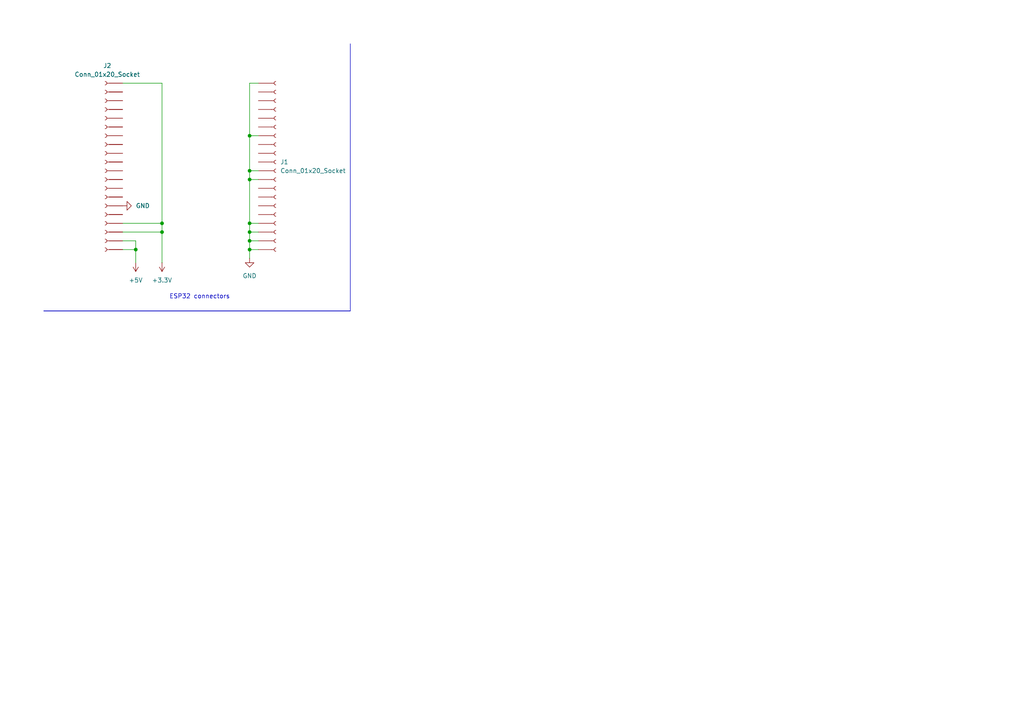
<source format=kicad_sch>
(kicad_sch (version 20231120) (generator "eeschema") (generator_version "8.0")
  (paper "A4")
  (title_block (title "MicCheck ESP32 Daughterboard") (date "2025-10-04") (rev "1"))
  (lib_symbols
    (symbol "Conn_01x20_Socket_1" (pin_numbers hide) (pin_names (offset 1.016) hide)
      (property "Reference" "J" (at 0 25.4 0))
      (property "Value" "Conn_01x20_Socket" (at 0 -27.94 0))
      (symbol "Conn_01x20_Socket_1_1_1"
        (arc (start 0 -24.892) (mid -0.5058 -25.4) (end 0 -25.908) (stroke (width 0.1524)))
        (arc (start 0 -22.352) (mid -0.5058 -22.86) (end 0 -23.368) (stroke (width 0.1524)))
        (arc (start 0 -19.812) (mid -0.5058 -20.32) (end 0 -20.828) (stroke (width 0.1524)))
        (arc (start 0 -17.272) (mid -0.5058 -17.78) (end 0 -18.288) (stroke (width 0.1524)))
        (arc (start 0 -14.732) (mid -0.5058 -15.24) (end 0 -15.748) (stroke (width 0.1524)))
        (arc (start 0 -12.192) (mid -0.5058 -12.7) (end 0 -13.208) (stroke (width 0.1524)))
        (arc (start 0 -9.652) (mid -0.5058 -10.16) (end 0 -10.668) (stroke (width 0.1524)))
        (arc (start 0 -7.112) (mid -0.5058 -7.62) (end 0 -8.128) (stroke (width 0.1524)))
        (arc (start 0 -4.572) (mid -0.5058 -5.08) (end 0 -5.588) (stroke (width 0.1524)))
        (arc (start 0 -2.032) (mid -0.5058 -2.54) (end 0 -3.048) (stroke (width 0.1524)))
        (polyline (pts (xy -1.27 -25.4) (xy -0.508 -25.4)) (stroke (width 0.1524)))
        (polyline (pts (xy -1.27 -22.86) (xy -0.508 -22.86)) (stroke (width 0.1524)))
        (polyline (pts (xy -1.27 -20.32) (xy -0.508 -20.32)) (stroke (width 0.1524)))
        (polyline (pts (xy -1.27 -17.78) (xy -0.508 -17.78)) (stroke (width 0.1524)))
        (polyline (pts (xy -1.27 -15.24) (xy -0.508 -15.24)) (stroke (width 0.1524)))
        (polyline (pts (xy -1.27 -12.7) (xy -0.508 -12.7)) (stroke (width 0.1524)))
        (polyline (pts (xy -1.27 -10.16) (xy -0.508 -10.16)) (stroke (width 0.1524)))
        (polyline (pts (xy -1.27 -7.62) (xy -0.508 -7.62)) (stroke (width 0.1524)))
        (polyline (pts (xy -1.27 -5.08) (xy -0.508 -5.08)) (stroke (width 0.1524)))
        (polyline (pts (xy -1.27 -2.54) (xy -0.508 -2.54)) (stroke (width 0.1524)))
        (polyline (pts (xy -1.27 0) (xy -0.508 0)) (stroke (width 0.1524)))
        (polyline (pts (xy -1.27 2.54) (xy -0.508 2.54)) (stroke (width 0.1524)))
        (polyline (pts (xy -1.27 5.08) (xy -0.508 5.08)) (stroke (width 0.1524)))
        (polyline (pts (xy -1.27 7.62) (xy -0.508 7.62)) (stroke (width 0.1524)))
        (polyline (pts (xy -1.27 10.16) (xy -0.508 10.16)) (stroke (width 0.1524)))
        (polyline (pts (xy -1.27 12.7) (xy -0.508 12.7)) (stroke (width 0.1524)))
        (polyline (pts (xy -1.27 15.24) (xy -0.508 15.24)) (stroke (width 0.1524)))
        (polyline (pts (xy -1.27 17.78) (xy -0.508 17.78)) (stroke (width 0.1524)))
        (polyline (pts (xy -1.27 20.32) (xy -0.508 20.32)) (stroke (width 0.1524)))
        (polyline (pts (xy -1.27 22.86) (xy -0.508 22.86)) (stroke (width 0.1524)))
        (arc (start 0 0.508) (mid -0.5058 0) (end 0 -0.508) (stroke (width 0.1524)))
        (arc (start 0 3.048) (mid -0.5058 2.54) (end 0 2.032) (stroke (width 0.1524)))
        (arc (start 0 5.588) (mid -0.5058 5.08) (end 0 4.572) (stroke (width 0.1524)))
        (arc (start 0 8.128) (mid -0.5058 7.62) (end 0 7.112) (stroke (width 0.1524)))
        (arc (start 0 10.668) (mid -0.5058 10.16) (end 0 9.652) (stroke (width 0.1524)))
        (arc (start 0 13.208) (mid -0.5058 12.7) (end 0 12.192) (stroke (width 0.1524)))
        (arc (start 0 15.748) (mid -0.5058 15.24) (end 0 14.732) (stroke (width 0.1524)))
        (arc (start 0 18.288) (mid -0.5058 17.78) (end 0 17.272) (stroke (width 0.1524)))
        (arc (start 0 20.828) (mid -0.5058 20.32) (end 0 19.812) (stroke (width 0.1524)))
        (arc (start 0 23.368) (mid -0.5058 22.86) (end 0 22.352) (stroke (width 0.1524)))
        (pin passive line (at -5.08 22.86 0) (length 3.81) (name "Pin_1") (number "1"))
        (pin passive line (at -5.08 0 0) (length 3.81) (name "Pin_10") (number "10"))
        (pin passive line (at -5.08 -2.54 0) (length 3.81) (name "Pin_11") (number "11"))
        (pin passive line (at -5.08 -5.08 0) (length 3.81) (name "Pin_12") (number "12"))
        (pin passive line (at -5.08 -7.62 0) (length 3.81) (name "Pin_13") (number "13"))
        (pin passive line (at -5.08 -10.16 0) (length 3.81) (name "Pin_14") (number "14"))
        (pin passive line (at -5.08 -12.7 0) (length 3.81) (name "Pin_15") (number "15"))
        (pin passive line (at -5.08 -15.24 0) (length 3.81) (name "Pin_16") (number "16"))
        (pin passive line (at -5.08 -17.78 0) (length 3.81) (name "Pin_17") (number "17"))
        (pin passive line (at -5.08 -20.32 0) (length 3.81) (name "Pin_18") (number "18"))
        (pin passive line (at -5.08 -22.86 0) (length 3.81) (name "Pin_19") (number "19"))
        (pin passive line (at -5.08 20.32 0) (length 3.81) (name "Pin_2") (number "2"))
        (pin passive line (at -5.08 -25.4 0) (length 3.81) (name "Pin_20") (number "20"))
        (pin passive line (at -5.08 17.78 0) (length 3.81) (name "Pin_3") (number "3"))
        (pin passive line (at -5.08 15.24 0) (length 3.81) (name "Pin_4") (number "4"))
        (pin passive line (at -5.08 12.7 0) (length 3.81) (name "Pin_5") (number "5"))
        (pin passive line (at -5.08 10.16 0) (length 3.81) (name "Pin_6") (number "6"))
        (pin passive line (at -5.08 7.62 0) (length 3.81) (name "Pin_7") (number "7"))
        (pin passive line (at -5.08 5.08 0) (length 3.81) (name "Pin_8") (number "8"))
        (pin passive line (at -5.08 2.54 0) (length 3.81) (name "Pin_9") (number "9"))
      )
    )
    (symbol "Connector:Conn_01x20_Socket" (pin_numbers hide) (pin_names (offset 1.016) hide)
      (property "Reference" "J" (at 0 25.4 0))
      (property "Value" "Conn_01x20_Socket" (at 0 -27.94 0))
      (symbol "Conn_01x20_Socket_1_1"
        (arc (start 0 -24.892) (mid -0.5058 -25.4) (end 0 -25.908) (stroke (width 0.1524)))
        (arc (start 0 -22.352) (mid -0.5058 -22.86) (end 0 -23.368) (stroke (width 0.1524)))
        (arc (start 0 -19.812) (mid -0.5058 -20.32) (end 0 -20.828) (stroke (width 0.1524)))
        (arc (start 0 -17.272) (mid -0.5058 -17.78) (end 0 -18.288) (stroke (width 0.1524)))
        (arc (start 0 -14.732) (mid -0.5058 -15.24) (end 0 -15.748) (stroke (width 0.1524)))
        (arc (start 0 -12.192) (mid -0.5058 -12.7) (end 0 -13.208) (stroke (width 0.1524)))
        (arc (start 0 -9.652) (mid -0.5058 -10.16) (end 0 -10.668) (stroke (width 0.1524)))
        (arc (start 0 -7.112) (mid -0.5058 -7.62) (end 0 -8.128) (stroke (width 0.1524)))
        (arc (start 0 -4.572) (mid -0.5058 -5.08) (end 0 -5.588) (stroke (width 0.1524)))
        (arc (start 0 -2.032) (mid -0.5058 -2.54) (end 0 -3.048) (stroke (width 0.1524)))
        (polyline (pts (xy -1.27 -25.4) (xy -0.508 -25.4)) (stroke (width 0.1524)))
        (polyline (pts (xy -1.27 -22.86) (xy -0.508 -22.86)) (stroke (width 0.1524)))
        (polyline (pts (xy -1.27 -20.32) (xy -0.508 -20.32)) (stroke (width 0.1524)))
        (polyline (pts (xy -1.27 -17.78) (xy -0.508 -17.78)) (stroke (width 0.1524)))
        (polyline (pts (xy -1.27 -15.24) (xy -0.508 -15.24)) (stroke (width 0.1524)))
        (polyline (pts (xy -1.27 -12.7) (xy -0.508 -12.7)) (stroke (width 0.1524)))
        (polyline (pts (xy -1.27 -10.16) (xy -0.508 -10.16)) (stroke (width 0.1524)))
        (polyline (pts (xy -1.27 -7.62) (xy -0.508 -7.62)) (stroke (width 0.1524)))
        (polyline (pts (xy -1.27 -5.08) (xy -0.508 -5.08)) (stroke (width 0.1524)))
        (polyline (pts (xy -1.27 -2.54) (xy -0.508 -2.54)) (stroke (width 0.1524)))
        (polyline (pts (xy -1.27 0) (xy -0.508 0)) (stroke (width 0.1524)))
        (polyline (pts (xy -1.27 2.54) (xy -0.508 2.54)) (stroke (width 0.1524)))
        (polyline (pts (xy -1.27 5.08) (xy -0.508 5.08)) (stroke (width 0.1524)))
        (polyline (pts (xy -1.27 7.62) (xy -0.508 7.62)) (stroke (width 0.1524)))
        (polyline (pts (xy -1.27 10.16) (xy -0.508 10.16)) (stroke (width 0.1524)))
        (polyline (pts (xy -1.27 12.7) (xy -0.508 12.7)) (stroke (width 0.1524)))
        (polyline (pts (xy -1.27 15.24) (xy -0.508 15.24)) (stroke (width 0.1524)))
        (polyline (pts (xy -1.27 17.78) (xy -0.508 17.78)) (stroke (width 0.1524)))
        (polyline (pts (xy -1.27 20.32) (xy -0.508 20.32)) (stroke (width 0.1524)))
        (polyline (pts (xy -1.27 22.86) (xy -0.508 22.86)) (stroke (width 0.1524)))
        (arc (start 0 0.508) (mid -0.5058 0) (end 0 -0.508) (stroke (width 0.1524)))
        (arc (start 0 3.048) (mid -0.5058 2.54) (end 0 2.032) (stroke (width 0.1524)))
        (arc (start 0 5.588) (mid -0.5058 5.08) (end 0 4.572) (stroke (width 0.1524)))
        (arc (start 0 8.128) (mid -0.5058 7.62) (end 0 7.112) (stroke (width 0.1524)))
        (arc (start 0 10.668) (mid -0.5058 10.16) (end 0 9.652) (stroke (width 0.1524)))
        (arc (start 0 13.208) (mid -0.5058 12.7) (end 0 12.192) (stroke (width 0.1524)))
        (arc (start 0 15.748) (mid -0.5058 15.24) (end 0 14.732) (stroke (width 0.1524)))
        (arc (start 0 18.288) (mid -0.5058 17.78) (end 0 17.272) (stroke (width 0.1524)))
        (arc (start 0 20.828) (mid -0.5058 20.32) (end 0 19.812) (stroke (width 0.1524)))
        (arc (start 0 23.368) (mid -0.5058 22.86) (end 0 22.352) (stroke (width 0.1524)))
        (pin passive line (at -5.08 22.86 0) (length 3.81) (name "Pin_1") (number "1"))
        (pin passive line (at -5.08 0 0) (length 3.81) (name "Pin_10") (number "10"))
        (pin passive line (at -5.08 -2.54 0) (length 3.81) (name "Pin_11") (number "11"))
        (pin passive line (at -5.08 -5.08 0) (length 3.81) (name "Pin_12") (number "12"))
        (pin passive line (at -5.08 -7.62 0) (length 3.81) (name "Pin_13") (number "13"))
        (pin passive line (at -5.08 -10.16 0) (length 3.81) (name "Pin_14") (number "14"))
        (pin passive line (at -5.08 -12.7 0) (length 3.81) (name "Pin_15") (number "15"))
        (pin passive line (at -5.08 -15.24 0) (length 3.81) (name "Pin_16") (number "16"))
        (pin passive line (at -5.08 -17.78 0) (length 3.81) (name "Pin_17") (number "17"))
        (pin passive line (at -5.08 -20.32 0) (length 3.81) (name "Pin_18") (number "18"))
        (pin passive line (at -5.08 -22.86 0) (length 3.81) (name "Pin_19") (number "19"))
        (pin passive line (at -5.08 20.32 0) (length 3.81) (name "Pin_2") (number "2"))
        (pin passive line (at -5.08 -25.4 0) (length 3.81) (name "Pin_20") (number "20"))
        (pin passive line (at -5.08 17.78 0) (length 3.81) (name "Pin_3") (number "3"))
        (pin passive line (at -5.08 15.24 0) (length 3.81) (name "Pin_4") (number "4"))
        (pin passive line (at -5.08 12.7 0) (length 3.81) (name "Pin_5") (number "5"))
        (pin passive line (at -5.08 10.16 0) (length 3.81) (name "Pin_6") (number "6"))
        (pin passive line (at -5.08 7.62 0) (length 3.81) (name "Pin_7") (number "7"))
        (pin passive line (at -5.08 5.08 0) (length 3.81) (name "Pin_8") (number "8"))
        (pin passive line (at -5.08 2.54 0) (length 3.81) (name "Pin_9") (number "9"))
      )
    )
    (symbol "power:+3.3V" (power) (pin_numbers hide) (pin_names (offset 0) hide)
      (property "Value" "+3.3V" (at 0 3.556 0))
      (symbol "+3.3V_0_1"
        (polyline (pts (xy -0.762 1.27) (xy 0 2.54)))
        (polyline (pts (xy 0 0) (xy 0 2.54)))
        (polyline (pts (xy 0 2.54) (xy 0.762 1.27)))
      )
      (symbol "+3.3V_1_1"
        (pin power_in line (at 0 0 90) (length 0) (name "~") (number "1"))
      )
    )
    (symbol "power:+5V" (power) (pin_numbers hide) (pin_names (offset 0) hide)
      (property "Value" "+5V" (at 0 3.556 0))
      (symbol "+5V_0_1"
        (polyline (pts (xy -0.762 1.27) (xy 0 2.54)))
        (polyline (pts (xy 0 0) (xy 0 2.54)))
        (polyline (pts (xy 0 2.54) (xy 0.762 1.27)))
      )
      (symbol "+5V_1_1"
        (pin power_in line (at 0 0 90) (length 0) (name "~") (number "1"))
      )
    )
    (symbol "power:GND" (power) (pin_numbers hide) (pin_names (offset 0) hide)
      (property "Value" "GND" (at 0 -3.81 0))
      (symbol "GND_0_1"
        (polyline (pts (xy 0 0) (xy 0 -1.27) (xy 1.27 -1.27) (xy 0 -2.54) (xy -1.27 -1.27) (xy 0 -1.27)))
      )
      (symbol "GND_1_1"
        (pin power_in line (at 0 0 270) (length 0) (name "~") (number "1"))
      )
    )
  )
  (junction (at 46.99 67.31))
  (junction (at 46.99 64.77))
  (junction (at 72.39 39.37))
  (junction (at 72.39 67.31))
  (junction (at 72.39 52.07))
  (junction (at 72.39 49.53))
  (junction (at 39.37 72.39))
  (junction (at 72.39 69.85))
  (junction (at 72.39 64.77))
  (junction (at 72.39 72.39))
  (wire (pts (xy 72.39 69.85) (xy 72.39 67.31)))
  (wire (pts (xy 35.56 64.77) (xy 46.99 64.77)))
  (wire (pts (xy 39.37 69.85) (xy 39.37 72.39)))
  (wire (pts (xy 46.99 24.13) (xy 46.99 64.77)))
  (wire (pts (xy 74.93 72.39) (xy 72.39 72.39)))
  (wire (pts (xy 72.39 72.39) (xy 72.39 74.93)))
  (wire (pts (xy 35.56 24.13) (xy 46.99 24.13)))
  (wire (pts (xy 72.39 67.31) (xy 72.39 64.77)))
  (wire (pts (xy 72.39 52.07) (xy 72.39 64.77)))
  (wire (pts (xy 74.93 24.13) (xy 72.39 24.13)))
  (wire (pts (xy 72.39 39.37) (xy 72.39 49.53)))
  (wire (pts (xy 35.56 72.39) (xy 39.37 72.39)))
  (wire (pts (xy 72.39 52.07) (xy 74.93 52.07)))
  (wire (pts (xy 39.37 72.39) (xy 39.37 76.2)))
  (wire (pts (xy 72.39 69.85) (xy 72.39 72.39)))
  (wire (pts (xy 35.56 69.85) (xy 39.37 69.85)))
  (wire (pts (xy 35.56 67.31) (xy 46.99 67.31)))
  (wire (pts (xy 74.93 39.37) (xy 72.39 39.37)))
  (wire (pts (xy 74.93 49.53) (xy 72.39 49.53)))
  (polyline (pts (xy 12.7 90.17) (xy 101.6 90.17)))
  (wire (pts (xy 72.39 49.53) (xy 72.39 52.07)))
  (wire (pts (xy 72.39 24.13) (xy 72.39 39.37)))
  (polyline (pts (xy 12.7 90.17) (xy 101.6 90.17)))
  (wire (pts (xy 72.39 67.31) (xy 74.93 67.31)))
  (wire (pts (xy 74.93 69.85) (xy 72.39 69.85)))
  (wire (pts (xy 46.99 76.2) (xy 46.99 67.31)))
  (wire (pts (xy 46.99 67.31) (xy 46.99 64.77)))
  (wire (pts (xy 72.39 64.77) (xy 74.93 64.77)))
  (polyline (pts (xy 101.6 12.7) (xy 101.6 90.17)))
  (text "ESP32 connectors" (at 57.912 86.106 0) (effects (font (size 1.27 1.27))))
  (symbol (lib_id "power:GND") (at 72.39 74.93 0) (unit 1)
    (property "Reference" "#PWR01" (effects (hide yes)))
    (property "Value" "GND" (at 72.39 80.01 0))
    (property "Description" "Power symbol creates a global label with name \"GND\" , ground" (effects (hide yes)))
  )
  (symbol (lib_id "power:GND") (at 35.56 59.69 90) (unit 1)
    (property "Reference" "#PWR04" (effects (hide yes)))
    (property "Value" "GND" (at 39.37 59.6899 90) (effects (justify right)))
    (property "Description" "Power symbol creates a global label with name \"GND\" , ground" (effects (hide yes)))
  )
  (symbol (lib_id "power:+5V") (at 39.37 76.2 180) (unit 1)
    (property "Reference" "#PWR03" (effects (hide yes)))
    (property "Value" "+5V" (at 39.37 81.28 0))
    (property "Description" "Power symbol creates a global label with name \"+5V\"" (effects (hide yes)))
  )
  (symbol (lib_id "Connector:Conn_01x20_Socket") (at 80.01 46.99 0) (unit 1)
    (property "Reference" "J1" (at 81.28 46.9899 0) (effects (justify left)))
    (property "Value" "Conn_01x20_Socket" (at 81.28 49.5299 0) (effects (justify left)))
    (property "Footprint" "Connector_PinSocket_2.54mm:PinSocket_1x20_P2.54mm_Vertical" (effects (hide yes)))
    (property "Description" "Generic connector, single row, 01x20, script generated" (effects (hide yes)))
  )
  (symbol (lib_name "Conn_01x20_Socket_1") (lib_id "Connector:Conn_01x20_Socket") (at 30.48 49.53 180) (unit 1)
    (property "Reference" "J2" (at 31.115 19.05 0))
    (property "Value" "Conn_01x20_Socket" (at 31.115 21.59 0))
    (property "Footprint" "Connector_PinSocket_2.54mm:PinSocket_1x20_P2.54mm_Vertical" (effects (hide yes)))
    (property "Description" "Generic connector, single row, 01x20, script generated" (effects (hide yes)))
  )
  (symbol (lib_id "power:+3.3V") (at 46.99 76.2 180) (unit 1)
    (property "Reference" "#PWR02" (effects (hide yes)))
    (property "Value" "+3.3V" (at 46.99 81.28 0))
    (property "Description" "Power symbol creates a global label with name \"+3.3V\"" (effects (hide yes)))
  )
)
</source>
